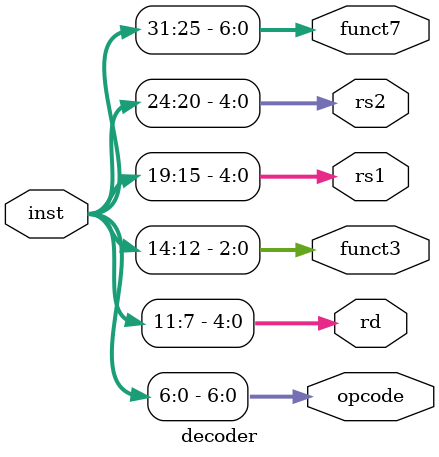
<source format=v>
module decoder (
input wire [31:0] inst,

output wire [6:0] opcode,
output wire [4:0] rd,
output wire [2:0] funct3,
output wire [4:0] rs1,
output wire [4:0] rs2,
output wire [6:0] funct7
);

assign opcode = inst [6:0];
assign rd = inst [11:7];
assign funct3 = inst [14:12];
assign rs1 = inst [19:15];
assign rs2 = inst [24:20];
assign  funct7 = inst [31:25];

endmodule
</source>
